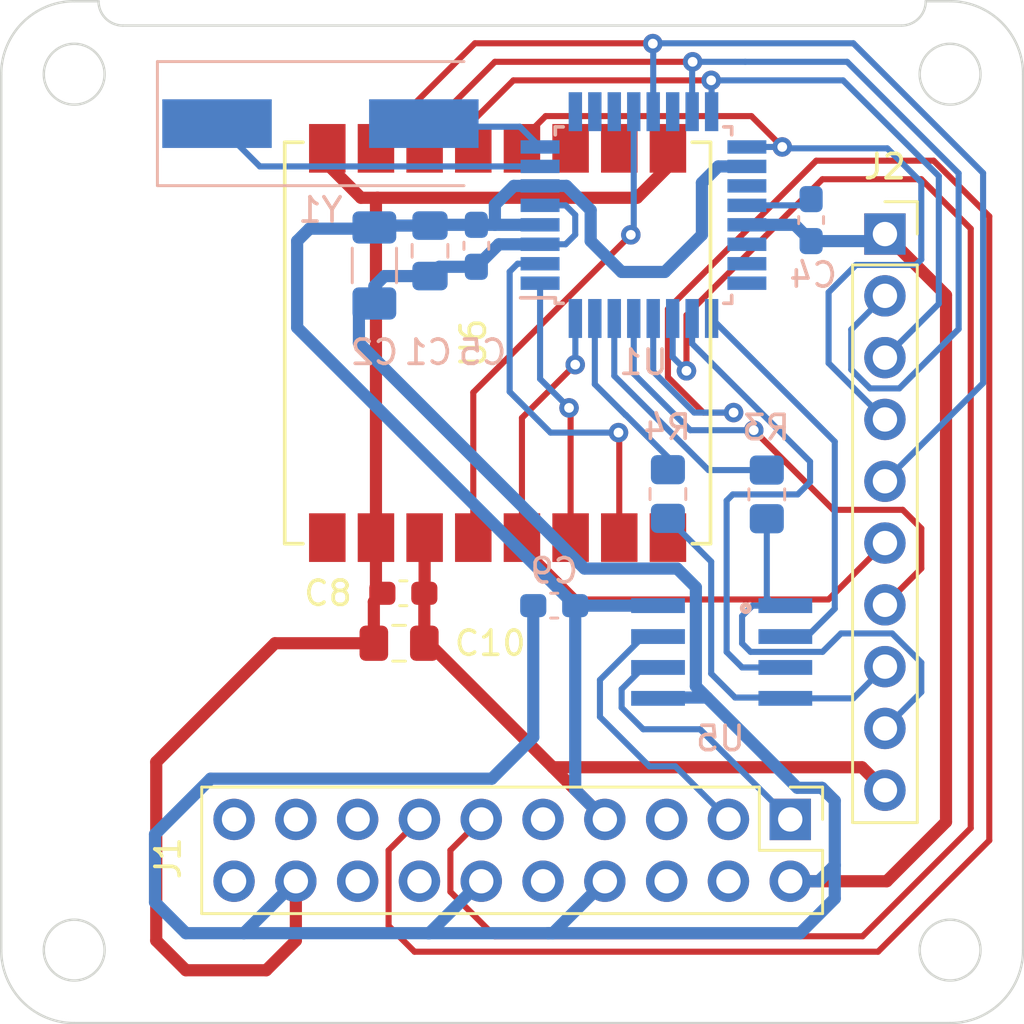
<source format=kicad_pcb>
(kicad_pcb (version 20221018) (generator pcbnew)
  (layers (0 "F.Cu" signal) (31 "B.Cu" signal) (34 "B.Paste" user) (35 "F.Paste" user) (36 "B.SilkS" user "B.Silkscreen") (37 "F.SilkS" user "F.Silkscreen") (38 "B.Mask" user) (39 "F.Mask" user) (44 "Edge.Cuts" user))
  (net 0 "")
  (net 1 "GND")
  (net 2 "+3V3")
  (net 3 "Net-(U1-AREF)")
  (net 4 "MCU_NRESET")
  (net 5 "RS485_SDA")
  (net 6 "RS485_SDB")
  (net 13 "I2C_SDA")
  (net 14 "I2C_SCL")
  (net 18 "MCU_TX")
  (net 21 "MCU_RX")
  (net 22 "Net-(U1-PD0(RXD))")
  (net 23 "Net-(U1-PD1(TXD))")
  (net 24 "RF_DIO1")
  (net 25 "RF_DIO2")
  (net 26 "Net-(U1-PB6(XTAL1{slash}TOSC1))")
  (net 27 "Net-(U1-PB7(XTAL2{slash}TOSC2))")
  (net 29 "SPI_MOSI")
  (net 30 "SPI_MISO")
  (net 31 "SPI_SCK")
  (net 36 "RF_NSS")
  (net 37 "RF_NRESET")
  (net 38 "RF_DIO0")
  (net 39 "RS485_NRE")
  (net 40 "RS485_DE")
  (footprint "Capacitor_SMD:C_0805_2012Metric_Pad1.18x1.45mm_HandSolder" (layer "F.Cu") (at 138.273031 117.147786 180)
    (fp_text reference "C10" (at -3.744975 0) (layer "F.SilkS"))
    (fp_text value "22uF")
    (fp_line (start -0.261252 -0.735) (end 0.261252 -0.735) (stroke (width 0.12)) (layer "F.SilkS"))
    (fp_line (start -0.261252 0.735) (end 0.261252 0.735) (stroke (width 0.12)) (layer "F.SilkS"))
    (pad "1" smd roundrect (at -1.0375 0 180) (size 1.175 1.45) (layers "F.Cu" "F.Paste" "F.Mask") (roundrect_rratio 0.212766) (net 2 "+3V3"))
    (pad "2" smd roundrect (at 1.0375 0 180) (size 1.175 1.45) (layers "F.Cu" "F.Paste" "F.Mask") (roundrect_rratio 0.212766) (net 1 "GND"))
  )
  (footprint "RF_Module:Ai-Thinker-Ra-01-LoRa" (layer "F.Cu") (at 142.3225 104.807 90)
    (fp_text reference "U6" (at 0 -1 90) (layer "F.SilkS"))
    (fp_text value "Ai-Thinker-Ra-02")
    (fp_line (start -8.25 -8.75) (end 8.25 -8.75) (stroke (width 0.15)) (layer "F.SilkS"))
    (fp_line (start -8.25 -8) (end -8.25 -8.75) (stroke (width 0.15)) (layer "F.SilkS"))
    (fp_line (start -8.25 8) (end -8.25 8.75) (stroke (width 0.15)) (layer "F.SilkS"))
    (fp_line (start -8.25 8.75) (end 8.25 8.75) (stroke (width 0.15)) (layer "F.SilkS"))
    (fp_line (start 8.25 -8.75) (end 8.25 -8) (stroke (width 0.15)) (layer "F.SilkS"))
    (fp_line (start 8.25 8.75) (end 8.25 8) (stroke (width 0.15)) (layer "F.SilkS"))
    (pad "1" smd rect (at -8 -7 90) (size 2 1.5) (layers "F.Cu" "F.Paste" "F.Mask"))
    (pad "2" smd rect (at -8 -5 90) (size 2 1.5) (layers "F.Cu" "F.Paste" "F.Mask") (net 1 "GND"))
    (pad "3" smd rect (at -8 -3 90) (size 2 1.5) (layers "F.Cu" "F.Paste" "F.Mask") (net 2 "+3V3"))
    (pad "4" smd rect (at -8 -1 90) (size 2 1.5) (layers "F.Cu" "F.Paste" "F.Mask") (net 37 "RF_NRESET"))
    (pad "5" smd rect (at -8 1 90) (size 2 1.5) (layers "F.Cu" "F.Paste" "F.Mask") (net 38 "RF_DIO0"))
    (pad "6" smd rect (at -8 3 90) (size 2 1.5) (layers "F.Cu" "F.Paste" "F.Mask") (net 24 "RF_DIO1"))
    (pad "7" smd rect (at -8 5 90) (size 2 1.5) (layers "F.Cu" "F.Paste" "F.Mask") (net 25 "RF_DIO2"))
    (pad "8" smd rect (at -8 7 90) (size 2 1.5) (layers "F.Cu" "F.Paste" "F.Mask"))
    (pad "9" smd rect (at 8 7 90) (size 2 1.5) (layers "F.Cu" "F.Paste" "F.Mask") (net 1 "GND"))
    (pad "10" smd rect (at 8 5 90) (size 2 1.5) (layers "F.Cu" "F.Paste" "F.Mask"))
    (pad "11" smd rect (at 8 3 90) (size 2 1.5) (layers "F.Cu" "F.Paste" "F.Mask"))
    (pad "12" smd rect (at 8 1 90) (size 2 1.5) (layers "F.Cu" "F.Paste" "F.Mask") (net 31 "SPI_SCK"))
    (pad "13" smd rect (at 8 -1 90) (size 2 1.5) (layers "F.Cu" "F.Paste" "F.Mask") (net 30 "SPI_MISO"))
    (pad "14" smd rect (at 8 -3 90) (size 2 1.5) (layers "F.Cu" "F.Paste" "F.Mask") (net 29 "SPI_MOSI"))
    (pad "15" smd rect (at 8 -5 90) (size 2 1.5) (layers "F.Cu" "F.Paste" "F.Mask") (net 36 "RF_NSS"))
    (pad "16" smd rect (at 8 -7 90) (size 2 1.5) (layers "F.Cu" "F.Paste" "F.Mask") (net 1 "GND"))
  )
  (footprint "Connector_PinSocket_2.54mm:PinSocket_2x10_P2.54mm_Vertical" (layer "F.Cu") (at 154.35 126.93 -90)
    (fp_text reference "J1" (at -0.946 25.572 90) (layer "F.SilkS"))
    (fp_text value "Conn_02x10_PQSU")
    (fp_line (start -3.87 -1.33) (end -3.87 0) (stroke (width 0.12)) (layer "F.SilkS"))
    (fp_line (start -3.87 1.27) (end -3.87 24.19) (stroke (width 0.12)) (layer "F.SilkS"))
    (fp_line (start -2.54 -1.33) (end -3.87 -1.33) (stroke (width 0.12)) (layer "F.SilkS"))
    (fp_line (start -1.27 -1.33) (end -1.27 1.27) (stroke (width 0.12)) (layer "F.SilkS"))
    (fp_line (start -1.27 1.27) (end -3.87 1.27) (stroke (width 0.12)) (layer "F.SilkS"))
    (fp_line (start 1.33 -1.33) (end -1.27 -1.33) (stroke (width 0.12)) (layer "F.SilkS"))
    (fp_line (start 1.33 -1.33) (end 1.33 24.19) (stroke (width 0.12)) (layer "F.SilkS"))
    (fp_line (start 1.33 24.19) (end -3.87 24.19) (stroke (width 0.12)) (layer "F.SilkS"))
    (pad "1" thru_hole rect (at -2.54 0 270) (size 1.7 1.7) (drill 1) (layers "*.Cu" "*.Mask") (net 5 "RS485_SDA"))
    (pad "2" thru_hole oval (at 0 0 270) (size 1.7 1.7) (drill 1) (layers "*.Cu" "*.Mask") (net 1 "GND"))
    (pad "3" thru_hole oval (at -2.54 2.54 270) (size 1.7 1.7) (drill 1) (layers "*.Cu" "*.Mask") (net 6 "RS485_SDB"))
    (pad "4" thru_hole oval (at 0 2.54 270) (size 1.7 1.7) (drill 1) (layers "*.Cu" "*.Mask"))
    (pad "5" thru_hole oval (at -2.54 5.08 270) (size 1.7 1.7) (drill 1) (layers "*.Cu" "*.Mask"))
    (pad "6" thru_hole oval (at 0 5.08 270) (size 1.7 1.7) (drill 1) (layers "*.Cu" "*.Mask"))
    (pad "7" thru_hole oval (at -2.54 7.62 270) (size 1.7 1.7) (drill 1) (layers "*.Cu" "*.Mask") (net 2 "+3V3"))
    (pad "8" thru_hole oval (at 0 7.62 270) (size 1.7 1.7) (drill 1) (layers "*.Cu" "*.Mask") (net 1 "GND"))
    (pad "9" thru_hole oval (at -2.54 10.16 270) (size 1.7 1.7) (drill 1) (layers "*.Cu" "*.Mask"))
    (pad "10" thru_hole oval (at 0 10.16 270) (size 1.7 1.7) (drill 1) (layers "*.Cu" "*.Mask"))
    (pad "11" thru_hole oval (at -2.54 12.7 270) (size 1.7 1.7) (drill 1) (layers "*.Cu" "*.Mask") (net 13 "I2C_SDA"))
    (pad "12" thru_hole oval (at 0 12.7 270) (size 1.7 1.7) (drill 1) (layers "*.Cu" "*.Mask") (net 1 "GND"))
    (pad "13" thru_hole oval (at -2.54 15.24 270) (size 1.7 1.7) (drill 1) (layers "*.Cu" "*.Mask") (net 14 "I2C_SCL"))
    (pad "14" thru_hole oval (at 0 15.24 270) (size 1.7 1.7) (drill 1) (layers "*.Cu" "*.Mask"))
    (pad "15" thru_hole oval (at -2.54 17.78 270) (size 1.7 1.7) (drill 1) (layers "*.Cu" "*.Mask"))
    (pad "16" thru_hole oval (at 0 17.78 270) (size 1.7 1.7) (drill 1) (layers "*.Cu" "*.Mask"))
    (pad "17" thru_hole oval (at -2.54 20.32 270) (size 1.7 1.7) (drill 1) (layers "*.Cu" "*.Mask"))
    (pad "18" thru_hole oval (at 0 20.32 270) (size 1.7 1.7) (drill 1) (layers "*.Cu" "*.Mask") (net 1 "GND"))
    (pad "19" thru_hole oval (at -2.54 22.86 270) (size 1.7 1.7) (drill 1) (layers "*.Cu" "*.Mask"))
    (pad "20" thru_hole oval (at 0 22.86 270) (size 1.7 1.7) (drill 1) (layers "*.Cu" "*.Mask"))
  )
  (footprint "Capacitor_SMD:C_0603_1608Metric_Pad1.08x0.95mm_HandSolder" (layer "F.Cu") (at 138.448031 115.095 180)
    (fp_text reference "C8" (at 3.095531 0) (layer "F.SilkS"))
    (fp_text value "100nF" hide)
    (fp_line (start -0.146267 -0.51) (end 0.146267 -0.51) (stroke (width 0.12)) (layer "F.SilkS"))
    (fp_line (start -0.146267 0.51) (end 0.146267 0.51) (stroke (width 0.12)) (layer "F.SilkS"))
    (pad "1" smd roundrect (at -0.8625 0 180) (size 1.075 0.95) (layers "F.Cu" "F.Paste" "F.Mask") (net 2 "+3V3"))
    (pad "2" smd roundrect (at 0.8625 0 180) (size 1.075 0.95) (layers "F.Cu" "F.Paste" "F.Mask") (net 1 "GND"))
  )
  (footprint "Connector_PinSocket_2.54mm:PinSocket_1x10_P2.54mm_Vertical" (layer "F.Cu") (at 158.242 100.33)
    (fp_text reference "J2" (at 0 -2.77 -360) (layer "F.SilkS"))
    (fp_text value "Conn_01x10")
    (fp_line (start -1.33 1.27) (end -1.33 24.19) (stroke (width 0.12)) (layer "F.SilkS"))
    (fp_line (start -1.33 1.27) (end 1.33 1.27) (stroke (width 0.12)) (layer "F.SilkS"))
    (fp_line (start -1.33 24.19) (end 1.33 24.19) (stroke (width 0.12)) (layer "F.SilkS"))
    (fp_line (start 0 -1.33) (end 1.33 -1.33) (stroke (width 0.12)) (layer "F.SilkS"))
    (fp_line (start 1.33 -1.33) (end 1.33 0) (stroke (width 0.12)) (layer "F.SilkS"))
    (fp_line (start 1.33 1.27) (end 1.33 24.19) (stroke (width 0.12)) (layer "F.SilkS"))
    (pad "1" thru_hole rect (at 0 0) (size 1.7 1.7) (drill 1) (layers "*.Cu" "*.Mask") (net 1 "GND"))
    (pad "2" thru_hole oval (at 0 2.54) (size 1.7 1.7) (drill 1) (layers "*.Cu" "*.Mask") (net 29 "SPI_MOSI"))
    (pad "3" thru_hole oval (at 0 5.08) (size 1.7 1.7) (drill 1) (layers "*.Cu" "*.Mask") (net 30 "SPI_MISO"))
    (pad "4" thru_hole oval (at 0 7.62) (size 1.7 1.7) (drill 1) (layers "*.Cu" "*.Mask") (net 31 "SPI_SCK"))
    (pad "5" thru_hole oval (at 0 10.16) (size 1.7 1.7) (drill 1) (layers "*.Cu" "*.Mask") (net 36 "RF_NSS"))
    (pad "6" thru_hole oval (at 0 12.7) (size 1.7 1.7) (drill 1) (layers "*.Cu" "*.Mask") (net 38 "RF_DIO0"))
    (pad "7" thru_hole oval (at 0 15.24) (size 1.7 1.7) (drill 1) (layers "*.Cu" "*.Mask") (net 4 "MCU_NRESET"))
    (pad "8" thru_hole oval (at 0 17.78) (size 1.7 1.7) (drill 1) (layers "*.Cu" "*.Mask") (net 18 "MCU_TX"))
    (pad "9" thru_hole oval (at 0 20.32) (size 1.7 1.7) (drill 1) (layers "*.Cu" "*.Mask") (net 21 "MCU_RX"))
    (pad "10" thru_hole oval (at 0 22.86) (size 1.7 1.7) (drill 1) (layers "*.Cu" "*.Mask") (net 2 "+3V3"))
  )
  (footprint "Capacitor_SMD:C_0805_2012Metric_Pad1.18x1.45mm_HandSolder" (layer "B.Cu") (at 139.5435 101.0195 -90)
    (fp_text reference "C1" (at 4.1695 0.0762 -180) (layer "B.SilkS") (effects (justify mirror)))
    (fp_text value "1uF")
    (fp_line (start -0.261252 -0.735) (end 0.261252 -0.735) (stroke (width 0.12)) (layer "B.SilkS"))
    (fp_line (start -0.261252 0.735) (end 0.261252 0.735) (stroke (width 0.12)) (layer "B.SilkS"))
    (pad "1" smd roundrect (at -1.0375 0 270) (size 1.175 1.45) (layers "B.Cu" "B.Paste" "B.Mask") (roundrect_rratio 0.212766) (net 2 "+3V3"))
    (pad "2" smd roundrect (at 1.0375 0 270) (size 1.175 1.45) (layers "B.Cu" "B.Paste" "B.Mask") (roundrect_rratio 0.212766) (net 1 "GND"))
  )
  (footprint "Capacitor_SMD:C_1206_3216Metric_Pad1.33x1.80mm_HandSolder" (layer "B.Cu") (at 137.2575 101.6207 -90)
    (fp_text reference "C2" (at 3.5683 0 -180) (layer "B.SilkS") (effects (justify mirror)))
    (fp_text value "4.7uF")
    (fp_line (start -0.711252 -0.91) (end 0.711252 -0.91) (stroke (width 0.12)) (layer "B.SilkS"))
    (fp_line (start -0.711252 0.91) (end 0.711252 0.91) (stroke (width 0.12)) (layer "B.SilkS"))
    (pad "1" smd roundrect (at -1.5625 0 270) (size 1.325 1.8) (layers "B.Cu" "B.Paste" "B.Mask") (roundrect_rratio 0.188679) (net 2 "+3V3"))
    (pad "2" smd roundrect (at 1.5625 0 270) (size 1.325 1.8) (layers "B.Cu" "B.Paste" "B.Mask") (roundrect_rratio 0.188679) (net 1 "GND"))
  )
  (footprint "Resistor_SMD:R_0805_2012Metric_Pad1.20x1.40mm_HandSolder" (layer "B.Cu") (at 149.3225 111.015 -90)
    (fp_text reference "R4" (at -2.745 0.0295 -180) (layer "B.SilkS") (effects (justify mirror)))
    (fp_text value "1.2k")
    (fp_line (start -0.227064 -0.735) (end 0.227064 -0.735) (stroke (width 0.12)) (layer "B.SilkS"))
    (fp_line (start -0.227064 0.735) (end 0.227064 0.735) (stroke (width 0.12)) (layer "B.SilkS"))
    (pad "1" smd roundrect (at -1 0 270) (size 1.2 1.4) (layers "B.Cu" "B.Paste" "B.Mask") (roundrect_rratio 0.208333) (net 23 "Net-(U1-PD1(TXD))"))
    (pad "2" smd roundrect (at 1 0 270) (size 1.2 1.4) (layers "B.Cu" "B.Paste" "B.Mask") (roundrect_rratio 0.208333) (net 18 "MCU_TX"))
  )
  (footprint "Capacitor_SMD:C_0603_1608Metric_Pad1.08x0.95mm_HandSolder" (layer "B.Cu") (at 141.4485 100.8125 -90)
    (fp_text reference "C5" (at 4.3765 -0.254 -180) (layer "B.SilkS") (effects (justify mirror)))
    (fp_text value "100nF")
    (fp_line (start -0.146267 -0.51) (end 0.146267 -0.51) (stroke (width 0.12)) (layer "B.SilkS"))
    (fp_line (start -0.146267 0.51) (end 0.146267 0.51) (stroke (width 0.12)) (layer "B.SilkS"))
    (pad "1" smd roundrect (at -0.8625 0 270) (size 1.075 0.95) (layers "B.Cu" "B.Paste" "B.Mask") (net 2 "+3V3"))
    (pad "2" smd roundrect (at 0.8625 0 270) (size 1.075 0.95) (layers "B.Cu" "B.Paste" "B.Mask") (net 1 "GND"))
  )
  (footprint "Package_QFP:TQFP-32_7x7mm_P0.8mm" (layer "B.Cu") (at 148.318 99.55)
    (fp_text reference "U1" (at 0 6.05 180) (layer "B.SilkS") (effects (justify mirror)))
    (fp_text value "ATMEGA328P-AU")
    (fp_line (start -3.625 -3.625) (end -3.625 -3.3) (stroke (width 0.15)) (layer "B.SilkS"))
    (fp_line (start -3.625 -3.625) (end -3.3 -3.625) (stroke (width 0.15)) (layer "B.SilkS"))
    (fp_line (start -3.625 3.4) (end -5.05 3.4) (stroke (width 0.15)) (layer "B.SilkS"))
    (fp_line (start -3.625 3.625) (end -3.625 3.4) (stroke (width 0.15)) (layer "B.SilkS"))
    (fp_line (start -3.625 3.625) (end -3.3 3.625) (stroke (width 0.15)) (layer "B.SilkS"))
    (fp_line (start 3.625 -3.625) (end 3.3 -3.625) (stroke (width 0.15)) (layer "B.SilkS"))
    (fp_line (start 3.625 -3.625) (end 3.625 -3.3) (stroke (width 0.15)) (layer "B.SilkS"))
    (fp_line (start 3.625 3.625) (end 3.3 3.625) (stroke (width 0.15)) (layer "B.SilkS"))
    (fp_line (start 3.625 3.625) (end 3.625 3.3) (stroke (width 0.15)) (layer "B.SilkS"))
    (pad "1" smd rect (at -4.25 2.8) (size 1.6 0.55) (layers "B.Cu" "B.Paste" "B.Mask") (net 24 "RF_DIO1"))
    (pad "2" smd rect (at -4.25 2) (size 1.6 0.55) (layers "B.Cu" "B.Paste" "B.Mask") (net 25 "RF_DIO2"))
    (pad "3" smd rect (at -4.25 1.2) (size 1.6 0.55) (layers "B.Cu" "B.Paste" "B.Mask") (net 1 "GND"))
    (pad "4" smd rect (at -4.25 0.4) (size 1.6 0.55) (layers "B.Cu" "B.Paste" "B.Mask") (net 2 "+3V3"))
    (pad "5" smd rect (at -4.25 -0.4) (size 1.6 0.55) (layers "B.Cu" "B.Paste" "B.Mask") (net 1 "GND"))
    (pad "6" smd rect (at -4.25 -1.2) (size 1.6 0.55) (layers "B.Cu" "B.Paste" "B.Mask") (net 2 "+3V3"))
    (pad "7" smd rect (at -4.25 -2) (size 1.6 0.55) (layers "B.Cu" "B.Paste" "B.Mask") (net 26 "Net-(U1-PB6(XTAL1{slash}TOSC1))"))
    (pad "8" smd rect (at -4.25 -2.8) (size 1.6 0.55) (layers "B.Cu" "B.Paste" "B.Mask") (net 27 "Net-(U1-PB7(XTAL2{slash}TOSC2))"))
    (pad "9" smd rect (at -2.8 -4.25 270) (size 1.6 0.55) (layers "B.Cu" "B.Paste" "B.Mask"))
    (pad "10" smd rect (at -2 -4.25 270) (size 1.6 0.55) (layers "B.Cu" "B.Paste" "B.Mask"))
    (pad "11" smd rect (at -1.2 -4.25 270) (size 1.6 0.55) (layers "B.Cu" "B.Paste" "B.Mask"))
    (pad "12" smd rect (at -0.4 -4.25 270) (size 1.6 0.55) (layers "B.Cu" "B.Paste" "B.Mask") (net 37 "RF_NRESET"))
    (pad "13" smd rect (at 0.4 -4.25 270) (size 1.6 0.55) (layers "B.Cu" "B.Paste" "B.Mask") (net 36 "RF_NSS"))
    (pad "14" smd rect (at 1.2 -4.25 270) (size 1.6 0.55) (layers "B.Cu" "B.Paste" "B.Mask"))
    (pad "15" smd rect (at 2 -4.25 270) (size 1.6 0.55) (layers "B.Cu" "B.Paste" "B.Mask") (net 29 "SPI_MOSI"))
    (pad "16" smd rect (at 2.8 -4.25 270) (size 1.6 0.55) (layers "B.Cu" "B.Paste" "B.Mask") (net 30 "SPI_MISO"))
    (pad "17" smd rect (at 4.25 -2.8) (size 1.6 0.55) (layers "B.Cu" "B.Paste" "B.Mask") (net 31 "SPI_SCK"))
    (pad "18" smd rect (at 4.25 -2) (size 1.6 0.55) (layers "B.Cu" "B.Paste" "B.Mask") (net 2 "+3V3"))
    (pad "19" smd rect (at 4.25 -1.2) (size 1.6 0.55) (layers "B.Cu" "B.Paste" "B.Mask"))
    (pad "20" smd rect (at 4.25 -0.4) (size 1.6 0.55) (layers "B.Cu" "B.Paste" "B.Mask") (net 3 "Net-(U1-AREF)"))
    (pad "21" smd rect (at 4.25 0.4) (size 1.6 0.55) (layers "B.Cu" "B.Paste" "B.Mask") (net 1 "GND"))
    (pad "22" smd rect (at 4.25 1.2) (size 1.6 0.55) (layers "B.Cu" "B.Paste" "B.Mask"))
    (pad "23" smd rect (at 4.25 2) (size 1.6 0.55) (layers "B.Cu" "B.Paste" "B.Mask"))
    (pad "24" smd rect (at 4.25 2.8) (size 1.6 0.55) (layers "B.Cu" "B.Paste" "B.Mask"))
    (pad "25" smd rect (at 2.8 4.25 270) (size 1.6 0.55) (layers "B.Cu" "B.Paste" "B.Mask") (net 39 "RS485_NRE"))
    (pad "26" smd rect (at 2 4.25 270) (size 1.6 0.55) (layers "B.Cu" "B.Paste" "B.Mask") (net 40 "RS485_DE"))
    (pad "27" smd rect (at 1.2 4.25 270) (size 1.6 0.55) (layers "B.Cu" "B.Paste" "B.Mask") (net 13 "I2C_SDA"))
    (pad "28" smd rect (at 0.4 4.25 270) (size 1.6 0.55) (layers "B.Cu" "B.Paste" "B.Mask") (net 14 "I2C_SCL"))
    (pad "29" smd rect (at -0.4 4.25 270) (size 1.6 0.55) (layers "B.Cu" "B.Paste" "B.Mask") (net 4 "MCU_NRESET"))
    (pad "30" smd rect (at -1.2 4.25 270) (size 1.6 0.55) (layers "B.Cu" "B.Paste" "B.Mask") (net 22 "Net-(U1-PD0(RXD))"))
    (pad "31" smd rect (at -2 4.25 270) (size 1.6 0.55) (layers "B.Cu" "B.Paste" "B.Mask") (net 23 "Net-(U1-PD1(TXD))"))
    (pad "32" smd rect (at -2.8 4.25 270) (size 1.6 0.55) (layers "B.Cu" "B.Paste" "B.Mask") (net 38 "RF_DIO0"))
  )
  (footprint "Crystal:Crystal_SMD_HC49-SD" (layer "B.Cu") (at 135.0395 95.791)
    (fp_text reference "Y1" (at 0 3.55) (layer "B.SilkS") (effects (justify mirror)))
    (fp_text value "Crystal")
    (fp_line (start -6.7 -2.55) (end 5.9 -2.55) (stroke (width 0.12)) (layer "B.SilkS"))
    (fp_line (start -6.7 2.55) (end -6.7 -2.55) (stroke (width 0.12)) (layer "B.SilkS"))
    (fp_line (start 5.9 2.55) (end -6.7 2.55) (stroke (width 0.12)) (layer "B.SilkS"))
    (pad "1" smd rect (at -4.25 0) (size 4.5 2) (layers "B.Cu" "B.Paste" "B.Mask") (net 26 "Net-(U1-PB6(XTAL1{slash}TOSC1))"))
    (pad "2" smd rect (at 4.25 0) (size 4.5 2) (layers "B.Cu" "B.Paste" "B.Mask") (net 27 "Net-(U1-PB7(XTAL2{slash}TOSC2))"))
  )
  (footprint "MAX485:SO08" (layer "B.Cu") (at 151.5323 117.508 -90)
    (fp_text reference "U5" (at 3.556 0.0508 180) (layer "B.SilkS") (effects (justify mirror)))
    (fp_text value "MAX485E")
    (fp_circle (center -1.8034 -0.9906) (end -1.6598 -0.9906) (stroke (width 0.2032)) (fill none) (layer "B.SilkS"))
    (pad "1" smd rect (at -1.905 -2.6162 270) (size 0.6096 2.2098) (layers "B.Cu" "B.Paste" "B.Mask") (net 21 "MCU_RX"))
    (pad "2" smd rect (at -0.635 -2.6162 270) (size 0.6096 2.2098) (layers "B.Cu" "B.Paste" "B.Mask") (net 39 "RS485_NRE"))
    (pad "3" smd rect (at 0.635 -2.6162 270) (size 0.6096 2.2098) (layers "B.Cu" "B.Paste" "B.Mask") (net 40 "RS485_DE"))
    (pad "4" smd rect (at 1.905 -2.6162 270) (size 0.6096 2.2098) (layers "B.Cu" "B.Paste" "B.Mask") (net 18 "MCU_TX"))
    (pad "5" smd rect (at 1.905 2.6162 270) (size 0.6096 2.2098) (layers "B.Cu" "B.Paste" "B.Mask") (net 1 "GND"))
    (pad "6" smd rect (at 0.635 2.6162 270) (size 0.6096 2.2098) (layers "B.Cu" "B.Paste" "B.Mask") (net 5 "RS485_SDA"))
    (pad "7" smd rect (at -0.635 2.6162 270) (size 0.6096 2.2098) (layers "B.Cu" "B.Paste" "B.Mask") (net 6 "RS485_SDB"))
    (pad "8" smd rect (at -1.905 2.6162 270) (size 0.6096 2.2098) (layers "B.Cu" "B.Paste" "B.Mask") (net 2 "+3V3"))
  )
  (footprint "Capacitor_SMD:C_0603_1608Metric_Pad1.08x0.95mm_HandSolder" (layer "B.Cu") (at 155.208 99.756975 -90)
    (fp_text reference "C4" (at 2.257025 -0.0835 -180) (layer "B.SilkS") (effects (justify mirror)))
    (fp_text value "100nF")
    (fp_line (start -0.146267 -0.51) (end 0.146267 -0.51) (stroke (width 0.12)) (layer "B.SilkS"))
    (fp_line (start -0.146267 0.51) (end 0.146267 0.51) (stroke (width 0.12)) (layer "B.SilkS"))
    (pad "1" smd roundrect (at -0.8625 0 270) (size 1.075 0.95) (layers "B.Cu" "B.Paste" "B.Mask") (net 3 "Net-(U1-AREF)"))
    (pad "2" smd roundrect (at 0.8625 0 270) (size 1.075 0.95) (layers "B.Cu" "B.Paste" "B.Mask") (net 1 "GND"))
  )
  (footprint "Capacitor_SMD:C_0603_1608Metric_Pad1.08x0.95mm_HandSolder" (layer "B.Cu") (at 144.65 115.603 180)
    (fp_text reference "C9" (at 0 1.43) (layer "B.SilkS") (effects (justify mirror)))
    (fp_text value "100nF")
    (fp_line (start -0.146267 -0.51) (end 0.146267 -0.51) (stroke (width 0.12)) (layer "B.SilkS"))
    (fp_line (start -0.146267 0.51) (end 0.146267 0.51) (stroke (width 0.12)) (layer "B.SilkS"))
    (pad "1" smd roundrect (at -0.8625 0 180) (size 1.075 0.95) (layers "B.Cu" "B.Paste" "B.Mask") (net 2 "+3V3"))
    (pad "2" smd roundrect (at 0.8625 0 180) (size 1.075 0.95) (layers "B.Cu" "B.Paste" "B.Mask") (net 1 "GND"))
  )
  (footprint "Resistor_SMD:R_0805_2012Metric_Pad1.20x1.40mm_HandSolder" (layer "B.Cu") (at 153.3865 111.031 -90)
    (fp_text reference "R3" (at -2.745 0.0295 -180) (layer "B.SilkS") (effects (justify mirror)))
    (fp_text value "1.2k")
    (fp_line (start -0.227064 -0.735) (end 0.227064 -0.735) (stroke (width 0.12)) (layer "B.SilkS"))
    (fp_line (start -0.227064 0.735) (end 0.227064 0.735) (stroke (width 0.12)) (layer "B.SilkS"))
    (pad "1" smd roundrect (at -1 0 270) (size 1.2 1.4) (layers "B.Cu" "B.Paste" "B.Mask") (roundrect_rratio 0.208333) (net 22 "Net-(U1-PD0(RXD))"))
    (pad "2" smd roundrect (at 1 0 270) (size 1.2 1.4) (layers "B.Cu" "B.Paste" "B.Mask") (roundrect_rratio 0.208333) (net 21 "MCU_RX"))
  )
  (gr_circle (center 124.92 129.76) (end 126.17 129.76) (stroke (width 0.1)) (fill none) (layer "Edge.Cuts"))
  (gr_arc (start 121.92 93.76) (mid 122.79868 91.63868) (end 124.92 90.76) (stroke (width 0.1)) (layer "Edge.Cuts"))
  (gr_line (start 160.92 90.76) (end 159.92 90.76) (stroke (width 0.1)) (layer "Edge.Cuts"))
  (gr_arc (start 163.92 129.76) (mid 163.04132 131.88132) (end 160.92 132.76) (stroke (width 0.1)) (layer "Edge.Cuts"))
  (gr_arc (start 160.92 90.76) (mid 163.04132 91.63868) (end 163.92 93.76) (stroke (width 0.1)) (layer "Edge.Cuts"))
  (gr_circle (center 160.92 93.76) (end 162.17 93.76) (stroke (width 0.1)) (fill none) (layer "Edge.Cuts"))
  (gr_line (start 163.92 93.76) (end 163.92 129.76) (stroke (width 0.1)) (layer "Edge.Cuts"))
  (gr_line (start 126.92 91.76) (end 158.92 91.76) (stroke (width 0.1)) (layer "Edge.Cuts"))
  (gr_line (start 160.92 132.76) (end 124.92 132.76) (stroke (width 0.1)) (layer "Edge.Cuts"))
  (gr_arc (start 159.92 90.76) (mid 159.627107 91.467107) (end 158.92 91.76) (stroke (width 0.1)) (layer "Edge.Cuts"))
  (gr_circle (center 160.92 129.76) (end 162.17 129.76) (stroke (width 0.1)) (fill none) (layer "Edge.Cuts"))
  (gr_arc (start 124.92 132.76) (mid 122.79868 131.88132) (end 121.92 129.76) (stroke (width 0.1)) (layer "Edge.Cuts"))
  (gr_circle (center 124.92 93.76) (end 126.17 93.76) (stroke (width 0.1)) (fill none) (layer "Edge.Cuts"))
  (gr_line (start 124.92 90.76) (end 125.92 90.76) (stroke (width 0.1)) (layer "Edge.Cuts"))
  (gr_line (start 121.92 129.76) (end 121.92 93.76) (stroke (width 0.1)) (layer "Edge.Cuts"))
  (gr_arc (start 126.92 91.76) (mid 126.212893 91.467107) (end 125.92 90.76) (stroke (width 0.1)) (layer "Edge.Cuts"))
  (segment (start 137.235531 117.147786) (end 133.172714 117.147786) (width 0.5) (layer "F.Cu") (net 1))
  (segment (start 137.3225 112.807) (end 137.3225 114.831969) (width 0.5) (layer "F.Cu") (net 1))
  (segment (start 160.7525 102.8405) (end 158.242 100.33) (width 0.5) (layer "F.Cu") (net 1))
  (segment (start 137.235531 115.445) (end 137.585531 115.095) (width 0.5) (layer "F.Cu") (net 1))
  (segment (start 134.03 129.3715) (end 134.03 126.93) (width 0.5) (layer "F.Cu") (net 1))
  (segment (start 129.5105 130.589) (end 132.8125 130.589) (width 0.5) (layer "F.Cu") (net 1))
  (segment (start 158.3155 126.93) (end 160.7525 124.493) (width 0.5) (layer "F.Cu") (net 1))
  (segment (start 133.172714 117.147786) (end 128.2913 122.0292) (width 0.5) (layer "F.Cu") (net 1))
  (segment (start 137.235531 117.147786) (end 137.235531 115.445) (width 0.5) (layer "F.Cu") (net 1))
  (segment (start 135.3225 97.457) (end 136.7045 98.839) (width 0.5) (layer "F.Cu") (net 1))
  (segment (start 148.0525 98.839) (end 149.3225 97.569) (width 0.5) (layer "F.Cu") (net 1))
  (segment (start 136.7045 98.839) (end 137.3845 98.839) (width 0.5) (layer "F.Cu") (net 1))
  (segment (start 149.3225 97.569) (end 149.3225 96.807) (width 0.5) (layer "F.Cu") (net 1))
  (segment (start 154.35 126.93) (end 158.3155 126.93) (width 0.5) (layer "F.Cu") (net 1))
  (segment (start 137.3845 98.839) (end 148.0525 98.839) (width 0.5) (layer "F.Cu") (net 1))
  (segment (start 132.8125 130.589) (end 134.03 129.3715) (width 0.5) (layer "F.Cu") (net 1))
  (segment (start 137.3225 112.807) (end 137.3225 98.901) (width 0.5) (layer "F.Cu") (net 1))
  (segment (start 128.2913 129.3698) (end 129.5105 130.589) (width 0.5) (layer "F.Cu") (net 1))
  (segment (start 135.3225 96.807) (end 135.3225 97.457) (width 0.5) (layer "F.Cu") (net 1))
  (segment (start 128.2913 122.0292) (end 128.2913 129.3698) (width 0.5) (layer "F.Cu") (net 1))
  (segment (start 137.3225 114.831969) (end 137.585531 115.095) (width 0.5) (layer "F.Cu") (net 1))
  (segment (start 137.3225 98.901) (end 137.3845 98.839) (width 0.5) (layer "F.Cu") (net 1))
  (segment (start 160.7525 124.493) (end 160.7525 102.8405) (width 0.5) (layer "F.Cu") (net 1))
  (segment (start 144.595 129.065) (end 144.3949 129.065) (width 0.5) (layer "B.Cu") (net 1))
  (segment (start 146.73 126.93) (end 144.595 129.065) (width 0.5) (layer "B.Cu") (net 1))
  (segment (start 154.538525 99.95) (end 155.208 100.619475) (width 0.5) (layer "B.Cu") (net 1))
  (segment (start 156.1805 123.6205) (end 156.1805 126.271) (width 0.5) (layer "B.Cu") (net 1))
  (segment (start 143.7875 115.603) (end 143.7875 121.011) (width 0.5) (layer "B.Cu") (net 1))
  (segment (start 128.2405 127.795) (end 129.5105 129.065) (width 0.5) (layer "B.Cu") (net 1))
  (segment (start 131.895 129.065) (end 139.4673 129.065) (width 0.5) (layer "B.Cu") (net 1))
  (segment (start 141.4485 101.675) (end 139.9255 101.675) (width 0.5) (layer "B.Cu") (net 1))
  (segment (start 145.5125 100.3555) (end 145.118 100.75) (width 0.25) (layer "B.Cu") (net 1))
  (segment (start 150.9315 119.38) (end 154.6415 123.09) (width 0.5) (layer "B.Cu") (net 1))
  (segment (start 139.515 129.065) (end 139.4673 129.065) (width 0.5) (layer "B.Cu") (net 1))
  (segment (start 144.3949 129.065) (end 154.7581 129.065) (width 0.5) (layer "B.Cu") (net 1))
  (segment (start 145.5125 99.5445) (end 145.5125 100.3555) (width 0.25) (layer "B.Cu") (net 1))
  (segment (start 155.5215 126.93) (end 154.35 126.93) (width 0.5) (layer "B.Cu") (net 1))
  (segment (start 145.118 100.75) (end 144.068 100.75) (width 0.25) (layer "B.Cu") (net 1))
  (segment (start 142.0835 122.715) (end 130.5265 122.715) (width 0.5) (layer "B.Cu") (net 1))
  (segment (start 137.2575 102.4712) (end 137.2575 103.1832) (width 0.5) (layer "B.Cu") (net 1))
  (segment (start 156.1805 126.271) (end 155.5215 126.93) (width 0.5) (layer "B.Cu") (net 1))
  (segment (start 144.068 99.15) (end 145.118 99.15) (width 0.25) (layer "B.Cu") (net 1))
  (segment (start 136.6225 103.361) (end 136.6225 104.808) (width 0.5) (layer "B.Cu") (net 1))
  (segment (start 156.1805 127.6426) (end 156.1805 126.271) (width 0.5) (layer "B.Cu") (net 1))
  (segment (start 139.9255 101.675) (end 139.5435 102.057) (width 0.5) (layer "B.Cu") (net 1))
  (segment (start 130.5265 122.715) (end 128.2405 125.001) (width 0.5) (layer "B.Cu") (net 1))
  (segment (start 137.6717 102.057) (end 137.2575 102.4712) (width 0.5) (layer "B.Cu") (net 1))
  (segment (start 154.7581 129.065) (end 156.1805 127.6426) (width 0.5) (layer "B.Cu") (net 1))
  (segment (start 148.72 119.38) (end 150.9315 119.38) (width 0.5) (layer "B.Cu") (net 1))
  (segment (start 152.568 99.95) (end 154.538525 99.95) (width 0.5) (layer "B.Cu") (net 1))
  (segment (start 155.65 123.09) (end 156.1805 123.6205) (width 0.5) (layer "B.Cu") (net 1))
  (segment (start 128.2405 125.001) (end 128.2405 127.795) (width 0.5) (layer "B.Cu") (net 1))
  (segment (start 139.0355 102.057) (end 137.6717 102.057) (width 0.5) (layer "B.Cu") (net 1))
  (segment (start 157.952525 100.619475) (end 158.242 100.33) (width 0.5) (layer "B.Cu") (net 1))
  (segment (start 154.6415 123.09) (end 155.65 123.09) (width 0.5) (layer "B.Cu") (net 1))
  (segment (start 141.65 126.93) (end 139.515 129.065) (width 0.5) (layer "B.Cu") (net 1))
  (segment (start 155.208 100.619475) (end 157.952525 100.619475) (width 0.5) (layer "B.Cu") (net 1))
  (segment (start 131.895 129.065) (end 134.03 126.93) (width 0.5) (layer "B.Cu") (net 1))
  (segment (start 145.118 99.15) (end 145.5125 99.5445) (width 0.25) (layer "B.Cu") (net 1))
  (segment (start 136.6225 104.808) (end 145.8935 114.079) (width 0.5) (layer "B.Cu") (net 1))
  (segment (start 150.471 114.8482) (end 150.471 118.9195) (width 0.5) (layer "B.Cu") (net 1))
  (segment (start 141.4485 101.675) (end 142.3735 100.75) (width 0.5) (layer "B.Cu") (net 1))
  (segment (start 129.5105 129.065) (end 131.895 129.065) (width 0.5) (layer "B.Cu") (net 1))
  (segment (start 150.471 118.9195) (end 150.9315 119.38) (width 0.5) (layer "B.Cu") (net 1))
  (segment (start 145.8935 114.079) (end 149.7018 114.079) (width 0.5) (layer "B.Cu") (net 1))
  (segment (start 149.7018 114.079) (end 150.471 114.8482) (width 0.5) (layer "B.Cu") (net 1))
  (segment (start 143.7875 121.011) (end 142.0835 122.715) (width 0.5) (layer "B.Cu") (net 1))
  (segment (start 139.4673 129.065) (end 144.3949 129.065) (width 0.5) (layer "B.Cu") (net 1))
  (segment (start 142.3735 100.75) (end 144.068 100.75) (width 0.5) (layer "B.Cu") (net 1))
  (segment (start 139.3225 112.807) (end 139.3225 115.083031) (width 0.5) (layer "F.Cu") (net 2))
  (segment (start 139.487786 117.147786) (end 139.310531 117.147786) (width 0.5) (layer "F.Cu") (net 2))
  (segment (start 139.3225 115.083031) (end 139.310531 115.095) (width 0.5) (layer "F.Cu") (net 2))
  (segment (start 146.73 124.39) (end 144.58525 122.24525) (width 0.5) (layer "F.Cu") (net 2))
  (segment (start 144.58525 122.24525) (end 139.487786 117.147786) (width 0.5) (layer "F.Cu") (net 2))
  (segment (start 139.310531 115.095) (end 139.310531 117.147786) (width 0.5) (layer "F.Cu") (net 2))
  (segment (start 157.29725 122.24525) (end 144.58525 122.24525) (width 0.5) (layer "F.Cu") (net 2))
  (segment (start 158.242 123.19) (end 157.29725 122.24525) (width 0.5) (layer "F.Cu") (net 2))
  (segment (start 139.5435 99.982) (end 137.3337 99.982) (width 0.5) (layer "B.Cu") (net 2))
  (segment (start 145.5125 115.603) (end 134.0825 104.173) (width 0.5) (layer "B.Cu") (net 2))
  (segment (start 152.568 97.55) (end 151.393 97.55) (width 0.5) (layer "B.Cu") (net 2))
  (segment (start 142.2105 99.95) (end 141.4485 99.95) (width 0.5) (layer "B.Cu") (net 2))
  (segment (start 137.2067 100.109) (end 137.2575 100.0582) (width 0.5) (layer "B.Cu") (net 2))
  (segment (start 142.2105 99.12725) (end 142.98775 98.35) (width 0.5) (layer "B.Cu") (net 2))
  (segment (start 141.4485 99.95) (end 139.5755 99.95) (width 0.5) (layer "B.Cu") (net 2))
  (segment (start 146.73 124.39) (end 145.5125 123.1725) (width 0.5) (layer "B.Cu") (net 2))
  (segment (start 145.1505 98.35) (end 144.068 98.35) (width 0.5) (layer "B.Cu") (net 2))
  (segment (start 144.068 99.95) (end 142.2105 99.95) (width 0.5) (layer "B.Cu") (net 2))
  (segment (start 147.4175 101.887) (end 146.1475 100.617) (width 0.5) (layer "B.Cu") (net 2))
  (segment (start 150.7195 98.2235) (end 150.7195 100.363) (width 0.5) (layer "B.Cu") (net 2))
  (segment (start 150.7195 100.363) (end 149.1955 101.887) (width 0.5) (layer "B.Cu") (net 2))
  (segment (start 134.5905 100.109) (end 137.2067 100.109) (width 0.5) (layer "B.Cu") (net 2))
  (segment (start 145.5125 123.1725) (end 145.5125 115.603) (width 0.5) (layer "B.Cu") (net 2))
  (segment (start 134.0825 104.173) (end 134.0825 100.617) (width 0.5) (layer "B.Cu") (net 2))
  (segment (start 139.5755 99.95) (end 139.5435 99.982) (width 0.5) (layer "B.Cu") (net 2))
  (segment (start 142.2105 99.95) (end 142.2105 99.12725) (width 0.5) (layer "B.Cu") (net 2))
  (segment (start 146.1475 99.347) (end 145.1505 98.35) (width 0.5) (layer "B.Cu") (net 2))
  (segment (start 149.1955 101.887) (end 147.4175 101.887) (width 0.5) (layer "B.Cu") (net 2))
  (segment (start 134.0825 100.617) (end 134.5905 100.109) (width 0.5) (layer "B.Cu") (net 2))
  (segment (start 146.1475 100.617) (end 146.1475 99.347) (width 0.5) (layer "B.Cu") (net 2))
  (segment (start 151.393 97.55) (end 150.7195 98.2235) (width 0.5) (layer "B.Cu") (net 2))
  (segment (start 142.98775 98.35) (end 144.068 98.35) (width 0.5) (layer "B.Cu") (net 2))
  (segment (start 137.3337 99.982) (end 137.2575 100.0582) (width 0.5) (layer "B.Cu") (net 2))
  (segment (start 145.5125 115.603) (end 148.9161 115.603) (width 0.5) (layer "B.Cu") (net 2))
  (segment (start 154.952475 99.15) (end 152.568 99.15) (width 0.25) (layer "B.Cu") (net 3))
  (segment (start 155.208 98.894475) (end 154.952475 99.15) (width 0.25) (layer "B.Cu") (net 3))
  (segment (start 156.123526 111.665) (end 152.850513 108.391987) (width 0.25) (layer "F.Cu") (net 4))
  (segment (start 159.7365 114.0755) (end 159.7365 112.428) (width 0.25) (layer "F.Cu") (net 4))
  (segment (start 158.242 115.57) (end 159.7365 114.0755) (width 0.25) (layer "F.Cu") (net 4))
  (segment (start 158.9735 111.665) (end 156.123526 111.665) (width 0.25) (layer "F.Cu") (net 4))
  (segment (start 159.7365 112.428) (end 158.9735 111.665) (width 0.25) (layer "F.Cu") (net 4))
  (via (at 152.850513 108.391987) (size 0.8) (drill 0.4) (layers "F.Cu" "B.Cu") (net 4))
  (segment (start 147.918 106.0705) (end 147.918 103.8) (width 0.25) (layer "B.Cu") (net 4))
  (segment (start 150.239487 108.391987) (end 147.918 106.0705) (width 0.25) (layer "B.Cu") (net 4))
  (segment (start 152.850513 108.391987) (end 150.239487 108.391987) (width 0.25) (layer "B.Cu") (net 4))
  (segment (start 148.72 118.11) (end 149.096751 118.11) (width 0.25) (layer "B.Cu") (net 5))
  (segment (start 148.72 118.11) (end 148.343249 118.11) (width 0.25) (layer "B.Cu") (net 5))
  (segment (start 150.643 120.683) (end 154.35 124.39) (width 0.25) (layer "B.Cu") (net 5))
  (segment (start 147.42 119.7965) (end 148.3065 120.683) (width 0.25) (layer "B.Cu") (net 5))
  (segment (start 148.3065 120.683) (end 150.643 120.683) (width 0.25) (layer "B.Cu") (net 5))
  (segment (start 147.42 119.033249) (end 147.42 119.7965) (width 0.25) (layer "B.Cu") (net 5))
  (segment (start 148.343249 118.11) (end 147.42 119.033249) (width 0.25) (layer "B.Cu") (net 5))
  (segment (start 148.5605 122.207) (end 149.627 122.207) (width 0.25) (layer "B.Cu") (net 6))
  (segment (start 148.72 116.84) (end 148.343249 116.84) (width 0.25) (layer "B.Cu") (net 6))
  (segment (start 149.627 122.207) (end 151.81 124.39) (width 0.25) (layer "B.Cu") (net 6))
  (segment (start 148.343249 116.84) (end 146.5285 118.654749) (width 0.25) (layer "B.Cu") (net 6))
  (segment (start 146.5285 118.654749) (end 146.5285 120.175) (width 0.25) (layer "B.Cu") (net 6))
  (segment (start 146.5285 120.175) (end 148.5605 122.207) (width 0.25) (layer "B.Cu") (net 6))
  (segment (start 161.7685 100.109) (end 159.7365 98.077) (width 0.25) (layer "F.Cu") (net 13))
  (segment (start 159.7365 98.077) (end 155.6725 98.077) (width 0.25) (layer "F.Cu") (net 13))
  (segment (start 140.3817 127.3632) (end 142.2105 129.192) (width 0.25) (layer "F.Cu") (net 13))
  (segment (start 161.7685 124.747) (end 161.7685 100.109) (width 0.25) (layer "F.Cu") (net 13))
  (segment (start 140.3817 125.6583) (end 140.3817 127.3632) (width 0.25) (layer "F.Cu") (net 13))
  (segment (start 157.3235 129.192) (end 161.7685 124.747) (width 0.25) (layer "F.Cu") (net 13))
  (segment (start 155.6725 98.077) (end 150.0845 103.665) (width 0.25) (layer "F.Cu") (net 13))
  (segment (start 142.2105 129.192) (end 157.3235 129.192) (width 0.25) (layer "F.Cu") (net 13))
  (segment (start 141.65 124.39) (end 140.3817 125.6583) (width 0.25) (layer "F.Cu") (net 13))
  (segment (start 150.0845 103.665) (end 150.0845 105.951) (width 0.25) (layer "F.Cu") (net 13))
  (via (at 150.0845 105.951) (size 0.8) (drill 0.4) (layers "F.Cu" "B.Cu") (net 13))
  (segment (start 149.518 105.3845) (end 150.0845 105.951) (width 0.25) (layer "B.Cu") (net 13))
  (segment (start 149.518 103.8) (end 149.518 105.3845) (width 0.25) (layer "B.Cu") (net 13))
  (segment (start 157.9585 129.827) (end 162.5305 125.255) (width 0.25) (layer "F.Cu") (net 14))
  (segment (start 139.11 124.39) (end 137.8417 125.6583) (width 0.25) (layer "F.Cu") (net 14))
  (segment (start 150.775682 107.667487) (end 152.021604 107.667487) (width 0.25) (layer "F.Cu") (net 14))
  (segment (start 137.8417 128.7602) (end 138.9085 129.827) (width 0.25) (layer "F.Cu") (net 14))
  (segment (start 160.2445 97.315) (end 155.4185 97.315) (width 0.25) (layer "F.Cu") (net 14))
  (segment (start 137.8417 125.6583) (end 137.8417 128.7602) (width 0.25) (layer "F.Cu") (net 14))
  (segment (start 149.3225 106.214305) (end 150.775682 107.667487) (width 0.25) (layer "F.Cu") (net 14))
  (segment (start 138.9085 129.827) (end 157.9585 129.827) (width 0.25) (layer "F.Cu") (net 14))
  (segment (start 149.3225 103.411) (end 149.3225 106.214305) (width 0.25) (layer "F.Cu") (net 14))
  (segment (start 155.4185 97.315) (end 149.3225 103.411) (width 0.25) (layer "F.Cu") (net 14))
  (segment (start 162.5305 99.601) (end 160.2445 97.315) (width 0.25) (layer "F.Cu") (net 14))
  (segment (start 162.5305 125.255) (end 162.5305 99.601) (width 0.25) (layer "F.Cu") (net 14))
  (via (at 152.021604 107.667487) (size 0.8) (drill 0.4) (layers "F.Cu" "B.Cu") (net 14))
  (segment (start 152.021604 107.667487) (end 150.403987 107.667487) (width 0.25) (layer "B.Cu") (net 14))
  (segment (start 150.403987 107.667487) (end 148.718 105.9815) (width 0.25) (layer "B.Cu") (net 14))
  (segment (start 148.718 105.9815) (end 148.718 103.8) (width 0.25) (layer "B.Cu") (net 14))
  (segment (start 151.1005 113.793) (end 151.1005 118.397) (width 0.25) (layer "B.Cu") (net 18))
  (segment (start 149.3225 112.015) (end 151.1005 113.793) (width 0.25) (layer "B.Cu") (net 18))
  (segment (start 152.0835 119.38) (end 153.67 119.38) (width 0.25) (layer "B.Cu") (net 18))
  (segment (start 151.1005 118.397) (end 152.0835 119.38) (width 0.25) (layer "B.Cu") (net 18))
  (segment (start 156.939 119.413) (end 158.242 118.11) (width 0.25) (layer "B.Cu") (net 18))
  (segment (start 154.1485 119.413) (end 156.939 119.413) (width 0.25) (layer "B.Cu") (net 18))
  (segment (start 159.7365 119.1555) (end 158.242 120.65) (width 0.25) (layer "B.Cu") (net 21))
  (segment (start 153.3865 115.2865) (end 153.67 115.57) (width 0.25) (layer "B.Cu") (net 21))
  (segment (start 153.3865 112.031) (end 153.3865 115.2865) (width 0.25) (layer "B.Cu") (net 21))
  (segment (start 152.3705 117.1547) (end 152.7186 117.5028) (width 0.25) (layer "B.Cu") (net 21))
  (segment (start 158.538701 116.745) (end 159.7365 117.942799) (width 0.25) (layer "B.Cu") (net 21))
  (segment (start 152.3705 116.03105) (end 152.3705 117.1547) (width 0.25) (layer "B.Cu") (net 21))
  (segment (start 152.7186 117.5028) (end 155.6777 117.5028) (width 0.25) (layer "B.Cu") (net 21))
  (segment (start 156.4355 116.745) (end 158.538701 116.745) (width 0.25) (layer "B.Cu") (net 21))
  (segment (start 159.7365 117.942799) (end 159.7365 119.1555) (width 0.25) (layer "B.Cu") (net 21))
  (segment (start 152.79855 115.603) (end 152.3705 116.03105) (width 0.25) (layer "B.Cu") (net 21))
  (segment (start 154.1485 115.603) (end 152.79855 115.603) (width 0.25) (layer "B.Cu") (net 21))
  (segment (start 155.6777 117.5028) (end 156.4355 116.745) (width 0.25) (layer "B.Cu") (net 21))
  (segment (start 147.118 103.8) (end 147.118 106.1595) (width 0.25) (layer "B.Cu") (net 22))
  (segment (start 150.9895 110.031) (end 153.3865 110.031) (width 0.25) (layer "B.Cu") (net 22))
  (segment (start 147.118 106.1595) (end 150.9895 110.031) (width 0.25) (layer "B.Cu") (net 22))
  (segment (start 147.590805 107.766) (end 147.5815 107.766) (width 0.25) (layer "B.Cu") (net 23))
  (segment (start 146.318 106.5025) (end 146.318 103.8) (width 0.25) (layer "B.Cu") (net 23))
  (segment (start 149.3225 109.497695) (end 147.590805 107.766) (width 0.25) (layer "B.Cu") (net 23))
  (segment (start 147.5815 107.766) (end 146.318 106.5025) (width 0.25) (layer "B.Cu") (net 23))
  (segment (start 149.3225 110.015) (end 149.3225 109.497695) (width 0.25) (layer "B.Cu") (net 23))
  (segment (start 145.3225 112.807) (end 145.3225 107.539) (width 0.25) (layer "F.Cu") (net 24))
  (segment (start 145.3225 107.539) (end 145.2585 107.475) (width 0.5) (layer "F.Cu") (net 24))
  (via (at 145.2585 107.475) (size 0.8) (drill 0.4) (layers "F.Cu" "B.Cu") (net 24))
  (segment (start 144.068 106.2845) (end 145.2585 107.475) (width 0.25) (layer "B.Cu") (net 24))
  (segment (start 144.068 102.35) (end 144.068 106.2845) (width 0.25) (layer "B.Cu") (net 24))
  (segment (start 147.3225 108.523) (end 147.2905 108.491) (width 0.5) (layer "F.Cu") (net 25))
  (segment (start 147.3225 112.807) (end 147.3225 108.523) (width 0.25) (layer "F.Cu") (net 25))
  (via (at 147.2905 108.491) (size 0.8) (drill 0.4) (layers "F.Cu" "B.Cu") (net 25))
  (segment (start 142.818 101.875) (end 142.818 106.8125) (width 0.25) (layer "B.Cu") (net 25))
  (segment (start 144.4965 108.491) (end 147.2905 108.491) (width 0.25) (layer "B.Cu") (net 25))
  (segment (start 144.068 101.55) (end 143.143 101.55) (width 0.25) (layer "B.Cu") (net 25))
  (segment (start 142.818 106.8125) (end 144.4965 108.491) (width 0.25) (layer "B.Cu") (net 25))
  (segment (start 143.143 101.55) (end 142.818 101.875) (width 0.25) (layer "B.Cu") (net 25))
  (segment (start 132.5485 97.55) (end 130.7895 95.791) (width 0.25) (layer "B.Cu") (net 26))
  (segment (start 144.068 97.55) (end 132.5485 97.55) (width 0.25) (layer "B.Cu") (net 26))
  (segment (start 139.4165 95.918) (end 139.2895 95.791) (width 0.25) (layer "B.Cu") (net 27))
  (segment (start 143.236 95.918) (end 139.4165 95.918) (width 0.25) (layer "B.Cu") (net 27))
  (segment (start 144.068 96.75) (end 143.236 95.918) (width 0.25) (layer "B.Cu") (net 27))
  (segment (start 150.3385 93.251) (end 142.2105 93.251) (width 0.25) (layer "F.Cu") (net 29))
  (segment (start 139.3225 96.139) (end 139.3225 96.807) (width 0.25) (layer "F.Cu") (net 29))
  (segment (start 142.2105 93.251) (end 139.3225 96.139) (width 0.25) (layer "F.Cu") (net 29))
  (via (at 150.3385 93.251) (size 0.8) (drill 0.4) (layers "F.Cu" "B.Cu") (net 29))
  (segment (start 150.318 93.2715) (end 150.318 95.3) (width 0.25) (layer "B.Cu") (net 29))
  (segment (start 158.242 102.87) (end 156.8565 104.2555) (width 0.25) (layer "B.Cu") (net 29))
  (segment (start 156.8565 105.899) (end 157.6315 106.674) (width 0.25) (layer "B.Cu") (net 29))
  (segment (start 152.4975 93.251) (end 150.3385 93.251) (width 0.25) (layer "B.Cu") (net 29))
  (segment (start 157.6315 106.674) (end 158.8315 106.674) (width 0.25) (layer "B.Cu") (net 29))
  (segment (start 156.8565 104.2555) (end 156.8565 105.899) (width 0.25) (layer "B.Cu") (net 29))
  (segment (start 150.3385 93.251) (end 150.318 93.2715) (width 0.25) (layer "B.Cu") (net 29))
  (segment (start 158.8315 106.674) (end 161.2715 104.234) (width 0.25) (layer "B.Cu") (net 29))
  (segment (start 161.2715 97.834) (end 156.6885 93.251) (width 0.25) (layer "B.Cu") (net 29))
  (segment (start 156.6885 93.251) (end 152.4975 93.251) (width 0.25) (layer "B.Cu") (net 29))
  (segment (start 161.2715 104.234) (end 161.2715 97.834) (width 0.25) (layer "B.Cu") (net 29))
  (segment (start 142.9725 94.013) (end 141.3225 95.663) (width 0.25) (layer "F.Cu") (net 30))
  (segment (start 141.3225 95.663) (end 141.3225 96.807) (width 0.25) (layer "F.Cu") (net 30))
  (segment (start 151.1005 94.013) (end 142.9725 94.013) (width 0.25) (layer "F.Cu") (net 30))
  (via (at 151.1005 94.013) (size 0.8) (drill 0.4) (layers "F.Cu" "B.Cu") (net 30))
  (segment (start 151.118 94.0305) (end 151.1005 94.013) (width 0.25) (layer "B.Cu") (net 30))
  (segment (start 160.4565 103.1955) (end 160.4565 97.949) (width 0.25) (layer "B.Cu") (net 30))
  (segment (start 151.118 95.3) (end 151.118 94.0305) (width 0.25) (layer "B.Cu") (net 30))
  (segment (start 160.4565 97.949) (end 156.5205 94.013) (width 0.25) (layer "B.Cu") (net 30))
  (segment (start 156.5205 94.013) (end 151.1005 94.013) (width 0.25) (layer "B.Cu") (net 30))
  (segment (start 158.242 105.41) (end 160.4565 103.1955) (width 0.25) (layer "B.Cu") (net 30))
  (segment (start 152.7535 95.482) (end 144.2975 95.482) (width 0.25) (layer "F.Cu") (net 31))
  (segment (start 143.3225 96.457) (end 143.3225 96.807) (width 0.25) (layer "F.Cu") (net 31))
  (segment (start 154.0215 96.75) (end 152.7535 95.482) (width 0.25) (layer "F.Cu") (net 31))
  (segment (start 144.2975 95.482) (end 143.3225 96.457) (width 0.25) (layer "F.Cu") (net 31))
  (via (at 154.0215 96.75) (size 0.8) (drill 0.4) (layers "F.Cu" "B.Cu") (net 31))
  (segment (start 159.7365 98.204) (end 159.7365 101.376) (width 0.25) (layer "B.Cu") (net 31))
  (segment (start 155.9265 102.725) (end 155.9265 105.6345) (width 0.25) (layer "B.Cu") (net 31))
  (segment (start 154.0215 96.75) (end 154.0785 96.807) (width 0.25) (layer "B.Cu") (net 31))
  (segment (start 154.0785 96.807) (end 158.3395 96.807) (width 0.25) (layer "B.Cu") (net 31))
  (segment (start 154.0215 96.75) (end 152.568 96.75) (width 0.25) (layer "B.Cu") (net 31))
  (segment (start 157.0525 101.599) (end 155.9265 102.725) (width 0.25) (layer "B.Cu") (net 31))
  (segment (start 155.9265 105.6345) (end 158.242 107.95) (width 0.25) (layer "B.Cu") (net 31))
  (segment (start 158.3395 96.807) (end 159.7365 98.204) (width 0.25) (layer "B.Cu") (net 31))
  (segment (start 159.7365 101.376) (end 159.5135 101.599) (width 0.25) (layer "B.Cu") (net 31))
  (segment (start 159.5135 101.599) (end 157.0525 101.599) (width 0.25) (layer "B.Cu") (net 31))
  (segment (start 148.702544 92.502528) (end 148.689016 92.489) (width 0.25) (layer "F.Cu") (net 36))
  (segment (start 137.3225 96.557) (end 137.3225 96.807) (width 0.25) (layer "F.Cu") (net 36))
  (segment (start 148.689016 92.489) (end 141.3905 92.489) (width 0.25) (layer "F.Cu") (net 36))
  (segment (start 141.3905 92.489) (end 137.3225 96.557) (width 0.25) (layer "F.Cu") (net 36))
  (via (at 148.702544 92.502528) (size 0.8) (drill 0.4) (layers "F.Cu" "B.Cu") (net 36))
  (segment (start 148.702544 92.502528) (end 148.718 92.517984) (width 0.25) (layer "B.Cu") (net 36))
  (segment (start 148.702544 92.502528) (end 148.716072 92.489) (width 0.25) (layer "B.Cu") (net 36))
  (segment (start 148.718 92.517984) (end 148.718 95.3) (width 0.25) (layer "B.Cu") (net 36))
  (segment (start 148.716072 92.489) (end 156.9425 92.489) (width 0.25) (layer "B.Cu") (net 36))
  (segment (start 156.9425 92.489) (end 162.2765 97.823) (width 0.25) (layer "B.Cu") (net 36))
  (segment (start 162.2765 97.823) (end 162.2765 106.4555) (width 0.25) (layer "B.Cu") (net 36))
  (segment (start 162.2765 106.4555) (end 158.242 110.49) (width 0.25) (layer "B.Cu") (net 36))
  (segment (start 141.3225 112.807) (end 141.3225 106.839) (width 0.25) (layer "F.Cu") (net 37))
  (segment (start 141.3225 106.839) (end 147.7985 100.363) (width 0.25) (layer "F.Cu") (net 37))
  (via (at 147.7985 100.363) (size 0.8) (drill 0.4) (layers "F.Cu" "B.Cu") (net 37))
  (segment (start 147.918 100.2435) (end 147.7985 100.363) (width 0.25) (layer "B.Cu") (net 37))
  (segment (start 147.918 95.3) (end 147.918 100.2435) (width 0.25) (layer "B.Cu") (net 37))
  (segment (start 158.242 113.03) (end 155.923 115.349) (width 0.25) (layer "F.Cu") (net 38))
  (segment (start 143.3225 107.887) (end 145.5125 105.697) (width 0.25) (layer "F.Cu") (net 38))
  (segment (start 143.3225 113.057) (end 143.3225 112.807) (width 0.25) (layer "F.Cu") (net 38))
  (segment (start 155.923 115.349) (end 145.6145 115.349) (width 0.25) (layer "F.Cu") (net 38))
  (segment (start 145.6145 115.349) (end 143.3225 113.057) (width 0.25) (layer "F.Cu") (net 38))
  (segment (start 143.3225 112.807) (end 143.3225 107.887) (width 0.25) (layer "F.Cu") (net 38))
  (via (at 145.5125 105.697) (size 0.8) (drill 0.4) (layers "F.Cu" "B.Cu") (net 38))
  (segment (start 145.518 105.6915) (end 145.5125 105.697) (width 0.5) (layer "B.Cu") (net 38))
  (segment (start 145.518 103.8) (end 145.518 105.6915) (width 0.25) (layer "B.Cu") (net 38))
  (segment (start 155.0705 116.84) (end 153.67 116.84) (width 0.25) (layer "B.Cu") (net 39))
  (segment (start 151.118 103.8) (end 156.1805 108.8625) (width 0.25) (layer "B.Cu") (net 39))
  (segment (start 156.1805 108.8625) (end 156.1805 115.73) (width 0.25) (layer "B.Cu") (net 39))
  (segment (start 156.1805 115.73) (end 155.0705 116.84) (width 0.25) (layer "B.Cu") (net 39))
  (segment (start 150.318 104.834875) (end 155.1645 109.681375) (width 0.25) (layer "B.Cu") (net 40))
  (segment (start 151.7355 117.508) (end 152.3705 118.143) (width 0.25) (layer "B.Cu") (net 40))
  (segment (start 151.7355 111.285) (end 151.7355 117.508) (width 0.25) (layer "B.Cu") (net 40))
  (segment (start 155.1645 110.523) (end 154.6565 111.031) (width 0.25) (layer "B.Cu") (net 40))
  (segment (start 152.3705 118.143) (end 154.1485 118.143) (width 0.25) (layer "B.Cu") (net 40))
  (segment (start 154.6565 111.031) (end 151.9895 111.031) (width 0.25) (layer "B.Cu") (net 40))
  (segment (start 155.1645 109.681375) (end 155.1645 110.523) (width 0.25) (layer "B.Cu") (net 40))
  (segment (start 151.9895 111.031) (end 151.7355 111.285) (width 0.25) (layer "B.Cu") (net 40))
  (segment (start 150.318 103.8) (end 150.318 104.834875) (width 0.25) (layer "B.Cu") (net 40))
)
</source>
